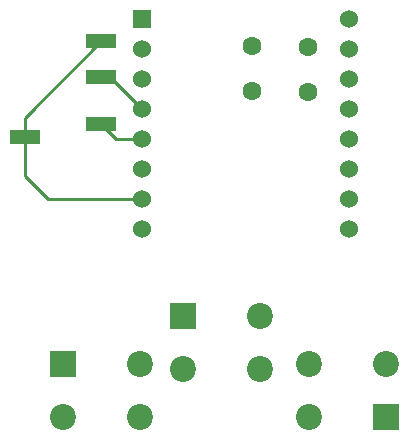
<source format=gtl>
%TF.GenerationSoftware,KiCad,Pcbnew,(6.0.8)*%
%TF.CreationDate,2024-10-24T13:15:24+05:30*%
%TF.ProjectId,mp3_player,6d70335f-706c-4617-9965-722e6b696361,rev?*%
%TF.SameCoordinates,Original*%
%TF.FileFunction,Copper,L1,Top*%
%TF.FilePolarity,Positive*%
%FSLAX46Y46*%
G04 Gerber Fmt 4.6, Leading zero omitted, Abs format (unit mm)*
G04 Created by KiCad (PCBNEW (6.0.8)) date 2024-10-24 13:15:24*
%MOMM*%
%LPD*%
G01*
G04 APERTURE LIST*
%TA.AperFunction,ComponentPad*%
%ADD10R,2.200000X2.200000*%
%TD*%
%TA.AperFunction,ComponentPad*%
%ADD11C,2.200000*%
%TD*%
%TA.AperFunction,ComponentPad*%
%ADD12R,1.524000X1.524000*%
%TD*%
%TA.AperFunction,ComponentPad*%
%ADD13C,1.524000*%
%TD*%
%TA.AperFunction,SMDPad,CuDef*%
%ADD14R,2.499360X1.198880*%
%TD*%
%TA.AperFunction,ComponentPad*%
%ADD15C,1.600200*%
%TD*%
%TA.AperFunction,Conductor*%
%ADD16C,0.250000*%
%TD*%
G04 APERTURE END LIST*
D10*
%TO.P,S2,1*%
%TO.N,Net-(S2-Pad1)*%
X143562000Y-103922000D03*
D11*
%TO.P,S2,2*%
%TO.N,unconnected-(S2-Pad2)*%
X150062000Y-103922000D03*
%TO.P,S2,3*%
%TO.N,unconnected-(S2-Pad3)*%
X143562000Y-108422000D03*
%TO.P,S2,4*%
%TO.N,GND*%
X150062000Y-108422000D03*
%TD*%
D10*
%TO.P,S3,1*%
%TO.N,Net-(R3-Pad2)*%
X133402000Y-107986000D03*
D11*
%TO.P,S3,2*%
%TO.N,unconnected-(S3-Pad2)*%
X139902000Y-107986000D03*
%TO.P,S3,3*%
%TO.N,unconnected-(S3-Pad3)*%
X133402000Y-112486000D03*
%TO.P,S3,4*%
%TO.N,GND*%
X139902000Y-112486000D03*
%TD*%
D10*
%TO.P,S1,1*%
%TO.N,Net-(S1-Pad1)*%
X160730000Y-112486000D03*
D11*
%TO.P,S1,2*%
%TO.N,unconnected-(S1-Pad2)*%
X154230000Y-112486000D03*
%TO.P,S1,3*%
%TO.N,unconnected-(S1-Pad3)*%
X160730000Y-107986000D03*
%TO.P,S1,4*%
%TO.N,GND*%
X154230000Y-107986000D03*
%TD*%
D12*
%TO.P,U1,1,VCC*%
%TO.N,POWER*%
X140086500Y-78737347D03*
D13*
%TO.P,U1,2,RX*%
%TO.N,Net-(R2-Pad2)*%
X140086500Y-81277347D03*
%TO.P,U1,3,TX*%
%TO.N,Net-(R1-Pad2)*%
X140086500Y-83817347D03*
%TO.P,U1,4,DAC-R*%
%TO.N,Net-(J2-PadRING)*%
X140086500Y-86357347D03*
%TO.P,U1,5,DAC-L*%
%TO.N,Net-(J2-PadTIP)*%
X140086500Y-88897347D03*
%TO.P,U1,6,SPK1*%
%TO.N,unconnected-(U1-Pad6)*%
X140086500Y-91437347D03*
%TO.P,U1,7,GND*%
%TO.N,GND*%
X140086500Y-93977347D03*
%TO.P,U1,8,SPK2*%
%TO.N,unconnected-(U1-Pad8)*%
X140086500Y-96517347D03*
%TO.P,U1,9,IO1*%
%TO.N,Net-(S1-Pad1)*%
X157546500Y-96517347D03*
%TO.P,U1,10,GND*%
%TO.N,GND*%
X157546500Y-93977347D03*
%TO.P,U1,11,IO2*%
%TO.N,Net-(S2-Pad1)*%
X157546500Y-91437347D03*
%TO.P,U1,12,KEY1*%
%TO.N,Net-(R3-Pad1)*%
X157546500Y-88897347D03*
%TO.P,U1,13,KEY2*%
%TO.N,unconnected-(U1-Pad13)*%
X157546500Y-86357347D03*
%TO.P,U1,14,USB+*%
%TO.N,unconnected-(U1-Pad14)*%
X157546500Y-83817347D03*
%TO.P,U1,15,USB-*%
%TO.N,unconnected-(U1-Pad15)*%
X157546500Y-81277347D03*
%TO.P,U1,16,BUSY*%
%TO.N,unconnected-(U1-Pad16)*%
X157546500Y-78737347D03*
%TD*%
D14*
%TO.P,J2,EART,EARTH*%
%TO.N,GND*%
X130101340Y-88747600D03*
%TO.P,J2,RING,RING2*%
%TO.N,Net-(J2-PadRING)*%
X136598660Y-83647280D03*
%TO.N,GND*%
X136598660Y-80647540D03*
%TO.P,J2,TIP,TIP*%
%TO.N,Net-(J2-PadTIP)*%
X136598660Y-87647780D03*
%TD*%
D15*
%TO.P,J3,P$1*%
%TO.N,GND*%
X154117473Y-84904206D03*
%TO.P,J3,P$2*%
%TO.N,POWER*%
X154117473Y-81094206D03*
%TD*%
%TO.P,J1,P$1*%
%TO.N,Net-(J1-Pad1)*%
X149352577Y-84878718D03*
%TO.P,J1,P$2*%
%TO.N,Net-(J1-Pad2)*%
X149352577Y-81068718D03*
%TD*%
D16*
%TO.N,GND*%
X140086500Y-93977347D02*
X135130653Y-93977347D01*
X135130653Y-93977347D02*
X135128000Y-93980000D01*
X130101340Y-87144860D02*
X130101340Y-88747600D01*
X136598660Y-80647540D02*
X130101340Y-87144860D01*
X130101340Y-92001340D02*
X130101340Y-88747600D01*
X132080000Y-93980000D02*
X130101340Y-92001340D01*
X135128000Y-93980000D02*
X132080000Y-93980000D01*
%TO.N,Net-(J2-PadTIP)*%
X140086500Y-88897347D02*
X137848227Y-88897347D01*
X137848227Y-88897347D02*
X136598660Y-87647780D01*
%TO.N,Net-(J2-PadRING)*%
X136598660Y-83647280D02*
X137376433Y-83647280D01*
X137376433Y-83647280D02*
X140086500Y-86357347D01*
%TD*%
M02*

</source>
